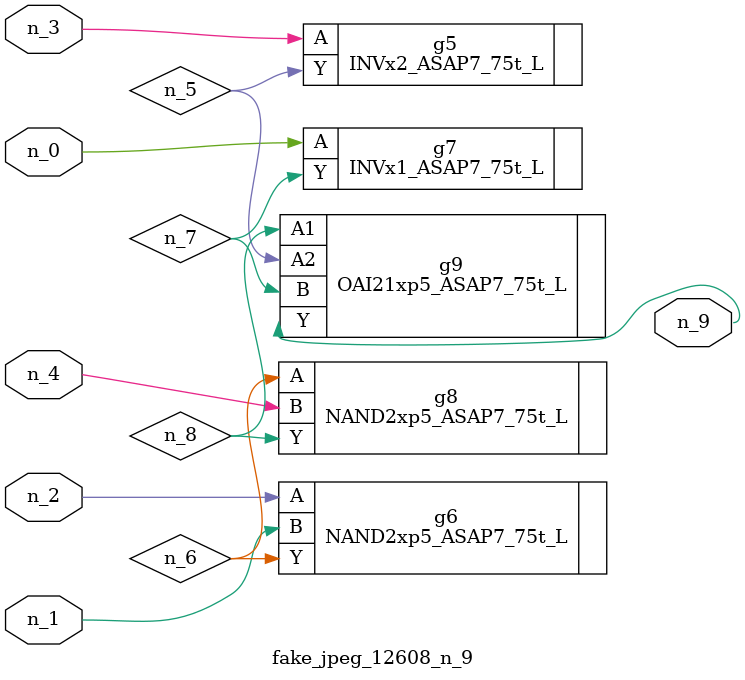
<source format=v>
module fake_jpeg_12608_n_9 (n_3, n_2, n_1, n_0, n_4, n_9);

input n_3;
input n_2;
input n_1;
input n_0;
input n_4;

output n_9;

wire n_8;
wire n_6;
wire n_5;
wire n_7;

INVx2_ASAP7_75t_L g5 ( 
.A(n_3),
.Y(n_5)
);

NAND2xp5_ASAP7_75t_L g6 ( 
.A(n_2),
.B(n_1),
.Y(n_6)
);

INVx1_ASAP7_75t_L g7 ( 
.A(n_0),
.Y(n_7)
);

NAND2xp5_ASAP7_75t_L g8 ( 
.A(n_6),
.B(n_4),
.Y(n_8)
);

OAI21xp5_ASAP7_75t_L g9 ( 
.A1(n_8),
.A2(n_5),
.B(n_7),
.Y(n_9)
);


endmodule
</source>
